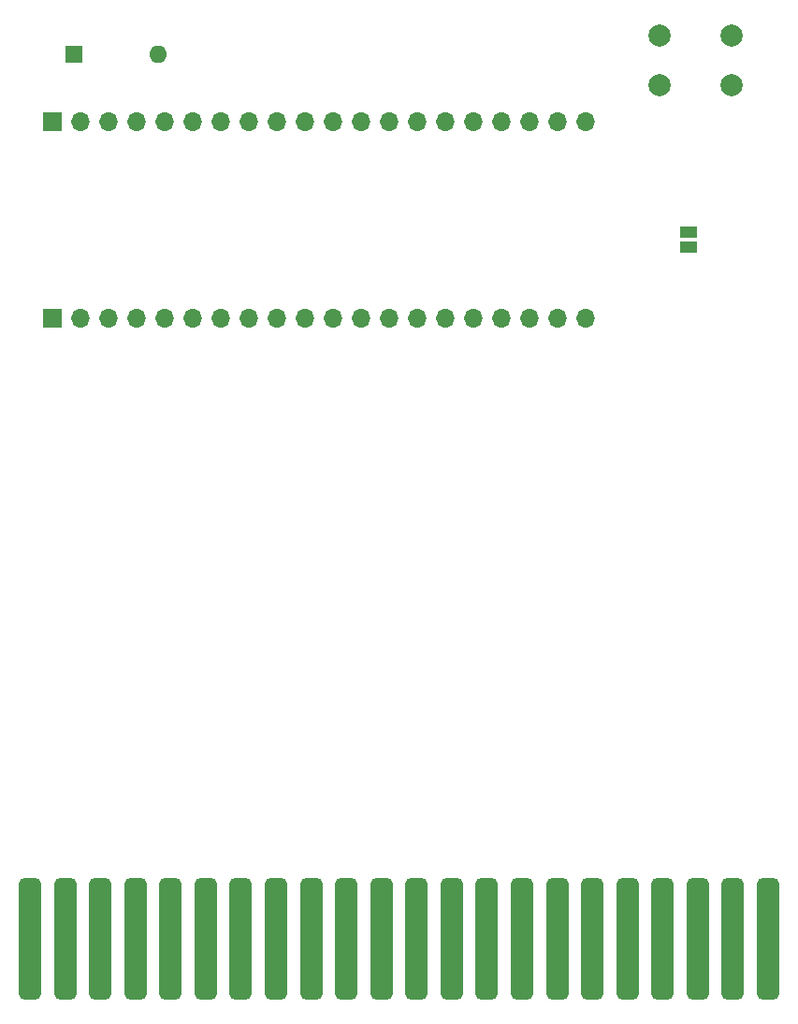
<source format=gbr>
%TF.GenerationSoftware,KiCad,Pcbnew,8.0.1*%
%TF.CreationDate,2024-04-05T19:57:55+02:00*%
%TF.ProjectId,SD-10005v,53442d31-3030-4303-9576-2e6b69636164,rev?*%
%TF.SameCoordinates,Original*%
%TF.FileFunction,Soldermask,Top*%
%TF.FilePolarity,Negative*%
%FSLAX46Y46*%
G04 Gerber Fmt 4.6, Leading zero omitted, Abs format (unit mm)*
G04 Created by KiCad (PCBNEW 8.0.1) date 2024-04-05 19:57:55*
%MOMM*%
%LPD*%
G01*
G04 APERTURE LIST*
G04 Aperture macros list*
%AMRoundRect*
0 Rectangle with rounded corners*
0 $1 Rounding radius*
0 $2 $3 $4 $5 $6 $7 $8 $9 X,Y pos of 4 corners*
0 Add a 4 corners polygon primitive as box body*
4,1,4,$2,$3,$4,$5,$6,$7,$8,$9,$2,$3,0*
0 Add four circle primitives for the rounded corners*
1,1,$1+$1,$2,$3*
1,1,$1+$1,$4,$5*
1,1,$1+$1,$6,$7*
1,1,$1+$1,$8,$9*
0 Add four rect primitives between the rounded corners*
20,1,$1+$1,$2,$3,$4,$5,0*
20,1,$1+$1,$4,$5,$6,$7,0*
20,1,$1+$1,$6,$7,$8,$9,0*
20,1,$1+$1,$8,$9,$2,$3,0*%
G04 Aperture macros list end*
%ADD10R,1.600000X1.600000*%
%ADD11O,1.600000X1.600000*%
%ADD12R,1.700000X1.700000*%
%ADD13O,1.700000X1.700000*%
%ADD14C,2.000000*%
%ADD15R,1.500000X1.000000*%
%ADD16RoundRect,0.500000X-0.500000X-5.000000X0.500000X-5.000000X0.500000X5.000000X-0.500000X5.000000X0*%
G04 APERTURE END LIST*
D10*
%TO.C,D1*%
X78490000Y-36900000D03*
D11*
X86110000Y-36900000D03*
%TD*%
D12*
%TO.C,J1*%
X76520000Y-60800000D03*
D13*
X79060000Y-60800000D03*
X81600000Y-60800000D03*
X84140000Y-60800000D03*
X86680000Y-60800000D03*
X89220000Y-60800000D03*
X91760000Y-60800000D03*
X94300000Y-60800000D03*
X96840000Y-60800000D03*
X99380000Y-60800000D03*
X101920000Y-60800000D03*
X104460000Y-60800000D03*
X107000000Y-60800000D03*
X109540000Y-60800000D03*
X112080000Y-60800000D03*
X114620000Y-60800000D03*
X117160000Y-60800000D03*
X119700000Y-60800000D03*
X122240000Y-60800000D03*
X124780000Y-60800000D03*
%TD*%
D12*
%TO.C,J2*%
X76500000Y-43000000D03*
D13*
X79040000Y-43000000D03*
X81580000Y-43000000D03*
X84120000Y-43000000D03*
X86660000Y-43000000D03*
X89200000Y-43000000D03*
X91740000Y-43000000D03*
X94280000Y-43000000D03*
X96820000Y-43000000D03*
X99360000Y-43000000D03*
X101900000Y-43000000D03*
X104440000Y-43000000D03*
X106980000Y-43000000D03*
X109520000Y-43000000D03*
X112060000Y-43000000D03*
X114600000Y-43000000D03*
X117140000Y-43000000D03*
X119680000Y-43000000D03*
X122220000Y-43000000D03*
X124760000Y-43000000D03*
%TD*%
D14*
%TO.C,SW1*%
X131500000Y-35200000D03*
X138000000Y-35200000D03*
X131500000Y-39700000D03*
X138000000Y-39700000D03*
%TD*%
D15*
%TO.C,JP1*%
X134100000Y-53000000D03*
X134100000Y-54300000D03*
%TD*%
D16*
%TO.C,CON1*%
X74500000Y-116900000D03*
X77680000Y-116900000D03*
X80860000Y-116900000D03*
X84040000Y-116900000D03*
X87220000Y-116900000D03*
X90400000Y-116900000D03*
X93580000Y-116900000D03*
X96760000Y-116900000D03*
X99940000Y-116900000D03*
X103120000Y-116900000D03*
X106300000Y-116900000D03*
X109480000Y-116900000D03*
X112660000Y-116900000D03*
X115840000Y-116900000D03*
X119020000Y-116900000D03*
X122200000Y-116900000D03*
X125380000Y-116900000D03*
X128560000Y-116900000D03*
X131740000Y-116900000D03*
X134920000Y-116900000D03*
X138100000Y-116900000D03*
X141280000Y-116900000D03*
%TD*%
M02*

</source>
